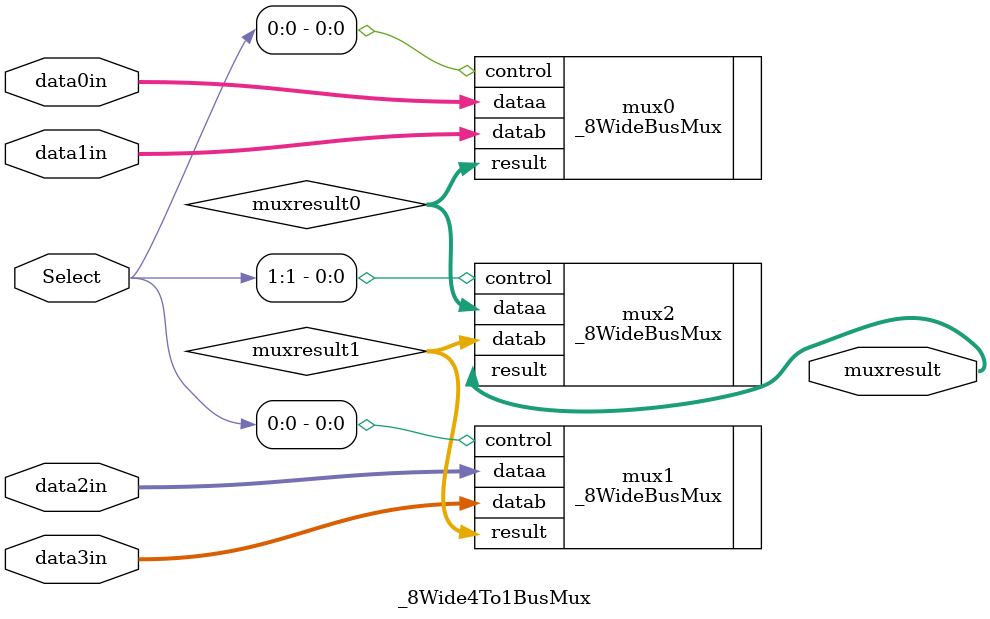
<source format=v>
module _8Wide4To1BusMux #(parameter N = 8)(
    input wire[N-1:0] data0in, data1in, data2in, data3in,
    input wire[1:0] Select,

    output wire[N-1:0] muxresult
  );

  wire[N-1:0] muxresult0, muxresult1;

  _8WideBusMux mux0 (.dataa(data0in), .datab(data1in), .control(Select[0]), .result(muxresult0));
  _8WideBusMux mux1 (.dataa(data2in), .datab(data3in), .control(Select[0]), .result(muxresult1));

  _8WideBusMux mux2 (.dataa(muxresult0), .datab(muxresult1), .control(Select[1]), .result(muxresult));

endmodule // _16Wide4To1BusMux

</source>
